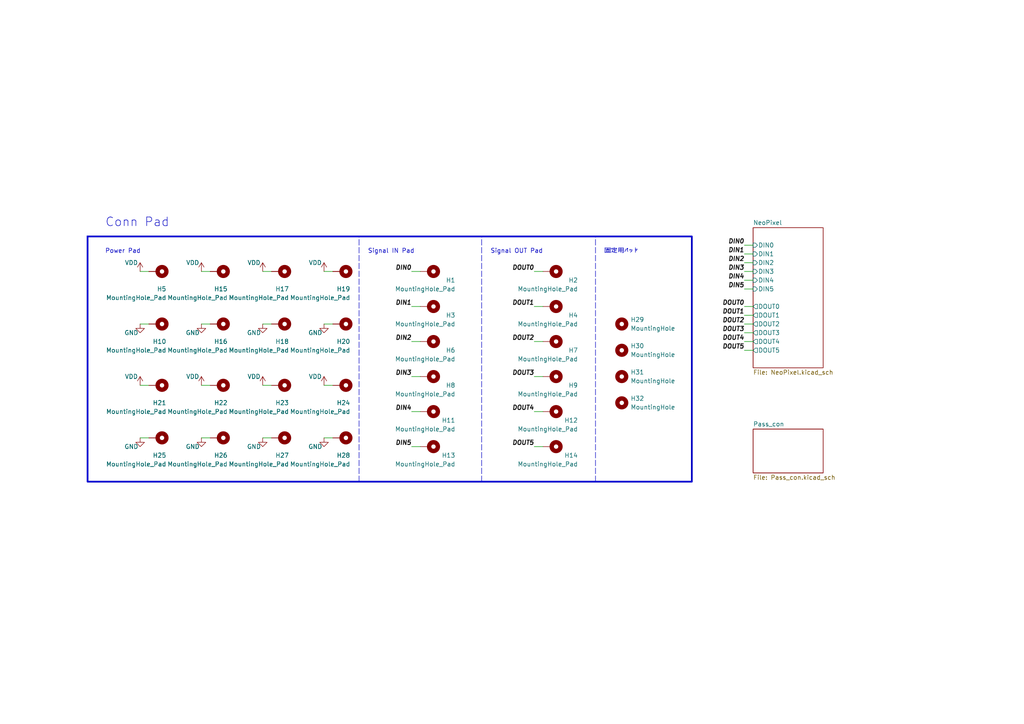
<source format=kicad_sch>
(kicad_sch (version 20230121) (generator eeschema)
  (paper "A4")
  (lib_symbols
    (symbol "Mechanical:MountingHole" (pin_names (offset 1.016))
      (property "Reference" "H" (at 0 5.08 0))
      (property "Value" "MountingHole" (at 0 3.175 0))
      (symbol "MountingHole_0_1"
        (circle (center 0 0) (radius 1.27) (stroke (width 1.27)))
      )
    )
    (symbol "Mechanical:MountingHole_Pad" (pin_numbers hide) (pin_names (offset 1.016) hide)
      (property "Reference" "H" (at 0 6.35 0))
      (property "Value" "MountingHole_Pad" (at 0 4.445 0))
      (symbol "MountingHole_Pad_0_1"
        (circle (center 0 1.27) (radius 1.27) (stroke (width 1.27)))
      )
      (symbol "MountingHole_Pad_1_1"
        (pin input line (at 0 -2.54 90) (length 2.54) (name "1") (number "1"))
      )
    )
    (symbol "power:GND" (power) (pin_names (offset 0))
      (property "Value" "GND" (at 0 -3.81 0))
      (symbol "GND_0_1"
        (polyline (pts (xy 0 0) (xy 0 -1.27) (xy 1.27 -1.27) (xy 0 -2.54) (xy -1.27 -1.27) (xy 0 -1.27)))
      )
      (symbol "GND_1_1"
        (pin power_in line (at 0 0 270) (length 0) hide (name "GND") (number "1"))
      )
    )
    (symbol "power:VDD" (power) (pin_names (offset 0))
      (property "Value" "VDD" (at 0 3.81 0))
      (symbol "VDD_0_1"
        (polyline (pts (xy -0.762 1.27) (xy 0 2.54)))
        (polyline (pts (xy 0 0) (xy 0 2.54)))
        (polyline (pts (xy 0 2.54) (xy 0.762 1.27)))
      )
      (symbol "VDD_1_1"
        (pin power_in line (at 0 0 90) (length 0) hide (name "VDD") (number "1"))
      )
    )
  )
  (wire (pts (xy 215.9 96.52) (xy 218.44 96.52)))
  (wire (pts (xy 58.42 93.98) (xy 60.96 93.98)))
  (wire (pts (xy 154.94 78.74) (xy 157.48 78.74)))
  (wire (pts (xy 215.9 83.82) (xy 218.44 83.82)))
  (wire (pts (xy 119.38 88.9) (xy 121.92 88.9)))
  (wire (pts (xy 119.38 119.38) (xy 121.92 119.38)))
  (wire (pts (xy 76.2 127) (xy 78.74 127)))
  (wire (pts (xy 215.9 71.12) (xy 218.44 71.12)))
  (wire (pts (xy 215.9 78.74) (xy 218.44 78.74)))
  (wire (pts (xy 76.2 111.76) (xy 78.74 111.76)))
  (wire (pts (xy 154.94 109.22) (xy 157.48 109.22)))
  (wire (pts (xy 58.42 78.74) (xy 60.96 78.74)))
  (wire (pts (xy 119.38 109.22) (xy 121.92 109.22)))
  (wire (pts (xy 154.94 129.54) (xy 157.48 129.54)))
  (wire (pts (xy 76.2 78.74) (xy 78.74 78.74)))
  (wire (pts (xy 154.94 99.06) (xy 157.48 99.06)))
  (wire (pts (xy 40.64 78.74) (xy 43.18 78.74)))
  (wire (pts (xy 93.98 127) (xy 96.52 127)))
  (wire (pts (xy 93.98 78.74) (xy 96.52 78.74)))
  (wire (pts (xy 40.64 93.98) (xy 43.18 93.98)))
  (wire (pts (xy 215.9 76.2) (xy 218.44 76.2)))
  (wire (pts (xy 119.38 99.06) (xy 121.92 99.06)))
  (wire (pts (xy 215.9 91.44) (xy 218.44 91.44)))
  (wire (pts (xy 76.2 93.98) (xy 78.74 93.98)))
  (wire (pts (xy 215.9 93.98) (xy 218.44 93.98)))
  (wire (pts (xy 119.38 129.54) (xy 121.92 129.54)))
  (wire (pts (xy 93.98 111.76) (xy 96.52 111.76)))
  (wire (pts (xy 215.9 88.9) (xy 218.44 88.9)))
  (wire (pts (xy 58.42 127) (xy 60.96 127)))
  (polyline (pts (xy 139.7 139.7) (xy 139.7 68.58)) (stroke (width 0) (type dash)))
  (wire (pts (xy 154.94 88.9) (xy 157.48 88.9)))
  (wire (pts (xy 154.94 119.38) (xy 157.48 119.38)))
  (wire (pts (xy 215.9 73.66) (xy 218.44 73.66)))
  (wire (pts (xy 40.64 127) (xy 43.18 127)))
  (polyline (pts (xy 104.14 139.7) (xy 104.14 68.58)) (stroke (width 0) (type dash)))
  (wire (pts (xy 215.9 81.28) (xy 218.44 81.28)))
  (polyline (pts (xy 172.72 139.7) (xy 172.72 68.58)) (stroke (width 0) (type dash)))
  (wire (pts (xy 119.38 78.74) (xy 121.92 78.74)))
  (wire (pts (xy 215.9 101.6) (xy 218.44 101.6)))
  (wire (pts (xy 215.9 99.06) (xy 218.44 99.06)))
  (wire (pts (xy 40.64 111.76) (xy 43.18 111.76)))
  (wire (pts (xy 93.98 93.98) (xy 96.52 93.98)))
  (wire (pts (xy 58.42 111.76) (xy 60.96 111.76)))
  (rectangle (start 25.4 68.58) (end 200.66 139.7) (stroke (width 0.5)))
  (text "固定用パッド" (at 175.26 73.66 0) (effects (font (size 1.27 1.27)) (justify left bottom)))
  (text "Signal OUT Pad" (at 142.24 73.66 0) (effects (font (size 1.27 1.27)) (justify left bottom)))
  (text "Conn Pad" (at 30.48 66.04 0) (effects (font (size 2.54 2.54)) (justify left bottom)))
  (text "Power Pad" (at 30.48 73.66 0) (effects (font (size 1.27 1.27)) (justify left bottom)))
  (text "Signal IN Pad" (at 106.68 73.66 0) (effects (font (size 1.27 1.27)) (justify left bottom)))
  (label "DIN4" (at 119.38 119.38 180) (effects (font (thickness 0.254) bold italic)))
  (label "DOUT0" (at 154.94 78.74 180) (effects (font (thickness 0.254) bold italic)))
  (label "DIN3" (at 215.9 78.74 180) (effects (font (thickness 0.254) bold italic)))
  (label "DIN1" (at 215.9 73.66 180) (effects (font (thickness 0.254) bold italic)))
  (label "DOUT3" (at 215.9 96.52 180) (effects (font (thickness 0.254) bold italic)))
  (label "DIN5" (at 215.9 83.82 180) (effects (font (thickness 0.254) bold italic)))
  (label "DOUT2" (at 215.9 93.98 180) (effects (font (thickness 0.254) bold italic)))
  (label "DIN5" (at 119.38 129.54 180) (effects (font (thickness 0.254) bold italic)))
  (label "DOUT1" (at 215.9 91.44 180) (effects (font (thickness 0.254) bold italic)))
  (label "DIN0" (at 215.9 71.12 180) (effects (font (thickness 0.254) bold italic)))
  (label "DOUT4" (at 215.9 99.06 180) (effects (font (thickness 0.254) bold italic)))
  (label "DIN4" (at 215.9 81.28 180) (effects (font (thickness 0.254) bold italic)))
  (label "DIN2" (at 215.9 76.2 180) (effects (font (thickness 0.254) bold italic)))
  (label "DOUT1" (at 154.94 88.9 180) (effects (font (thickness 0.254) bold italic)))
  (label "DOUT5" (at 154.94 129.54 180) (effects (font (thickness 0.254) bold italic)))
  (label "DIN1" (at 119.38 88.9 180) (effects (font (thickness 0.254) bold italic)))
  (label "DIN2" (at 119.38 99.06 180) (effects (font (thickness 0.254) bold italic)))
  (label "DIN0" (at 119.38 78.74 180) (effects (font (thickness 0.254) bold italic)))
  (label "DOUT0" (at 215.9 88.9 180) (effects (font (thickness 0.254) bold italic)))
  (label "DIN3" (at 119.38 109.22 180) (effects (font (thickness 0.254) bold italic)))
  (label "DOUT5" (at 215.9 101.6 180) (effects (font (thickness 0.254) bold italic)))
  (label "DOUT4" (at 154.94 119.38 180) (effects (font (thickness 0.254) bold italic)))
  (label "DOUT2" (at 154.94 99.06 180) (effects (font (thickness 0.254) bold italic)))
  (label "DOUT3" (at 154.94 109.22 180) (effects (font (thickness 0.254) bold italic)))
  (symbol (lib_id "power:VDD") (at 40.64 111.76 0) (unit 1)
    (property "Reference" "#PWR081" (effects hide))
    (property "Value" "VDD" (at 38.1 109.22 0))
  )
  (symbol (lib_id "Mechanical:MountingHole") (at 180.34 116.84 0) (unit 1)
    (property "Reference" "H32" (at 182.88 115.57 0) (effects (justify left)))
    (property "Value" "MountingHole" (at 182.88 118.11 0) (effects (justify left)))
    (property "Footprint" "TomoshibiLibrary:Pad_MountingPad_D8.0mm" (effects hide))
  )
  (symbol (lib_id "Mechanical:MountingHole_Pad") (at 63.5 93.98 270) (mirror x) (unit 1)
    (property "Reference" "H16" (at 66.04 99.06 90) (effects (justify right)))
    (property "Value" "MountingHole_Pad" (at 66.04 101.6 90) (effects (justify right)))
    (property "Footprint" "TestPoint:TestPoint_Pad_D4.0mm" (effects hide))
  )
  (symbol (lib_id "Mechanical:MountingHole_Pad") (at 124.46 78.74 270) (mirror x) (unit 1)
    (property "Reference" "H1" (at 132.08 81.28 90) (effects (justify right)))
    (property "Value" "MountingHole_Pad" (at 132.08 83.82 90) (effects (justify right)))
    (property "Footprint" "TestPoint:TestPoint_Pad_D2.0mm" (effects hide))
  )
  (symbol (lib_id "Mechanical:MountingHole_Pad") (at 99.06 111.76 270) (mirror x) (unit 1)
    (property "Reference" "H24" (at 101.6 116.84 90) (effects (justify right)))
    (property "Value" "MountingHole_Pad" (at 101.6 119.38 90) (effects (justify right)))
    (property "Footprint" "TestPoint:TestPoint_Pad_D4.0mm" (effects hide))
  )
  (symbol (lib_id "power:GND") (at 40.64 93.98 0) (unit 1)
    (property "Reference" "#PWR02" (effects hide))
    (property "Value" "GND" (at 38.1 96.52 0))
  )
  (symbol (lib_id "power:VDD") (at 40.64 78.74 0) (unit 1)
    (property "Reference" "#PWR01" (effects hide))
    (property "Value" "VDD" (at 38.1 76.2 0))
  )
  (symbol (lib_id "Mechanical:MountingHole_Pad") (at 63.5 111.76 270) (mirror x) (unit 1)
    (property "Reference" "H22" (at 66.04 116.84 90) (effects (justify right)))
    (property "Value" "MountingHole_Pad" (at 66.04 119.38 90) (effects (justify right)))
    (property "Footprint" "TestPoint:TestPoint_Pad_D4.0mm" (effects hide))
  )
  (symbol (lib_id "power:GND") (at 58.42 93.98 0) (unit 1)
    (property "Reference" "#PWR076" (effects hide))
    (property "Value" "GND" (at 55.88 96.52 0))
  )
  (symbol (lib_id "Mechanical:MountingHole_Pad") (at 124.46 88.9 270) (mirror x) (unit 1)
    (property "Reference" "H3" (at 132.08 91.44 90) (effects (justify right)))
    (property "Value" "MountingHole_Pad" (at 132.08 93.98 90) (effects (justify right)))
    (property "Footprint" "TestPoint:TestPoint_Pad_D2.0mm" (effects hide))
  )
  (symbol (lib_id "power:GND") (at 93.98 127 0) (unit 1)
    (property "Reference" "#PWR088" (effects hide))
    (property "Value" "GND" (at 91.44 129.54 0))
  )
  (symbol (lib_id "Mechanical:MountingHole_Pad") (at 124.46 129.54 270) (mirror x) (unit 1)
    (property "Reference" "H13" (at 132.08 132.08 90) (effects (justify right)))
    (property "Value" "MountingHole_Pad" (at 132.08 134.62 90) (effects (justify right)))
    (property "Footprint" "TestPoint:TestPoint_Pad_D2.0mm" (effects hide))
  )
  (symbol (lib_id "power:GND") (at 76.2 127 0) (unit 1)
    (property "Reference" "#PWR087" (effects hide))
    (property "Value" "GND" (at 73.66 129.54 0))
  )
  (symbol (lib_id "power:GND") (at 40.64 127 0) (unit 1)
    (property "Reference" "#PWR085" (effects hide))
    (property "Value" "GND" (at 38.1 129.54 0))
  )
  (symbol (lib_id "Mechanical:MountingHole_Pad") (at 160.02 129.54 270) (mirror x) (unit 1)
    (property "Reference" "H14" (at 167.64 132.08 90) (effects (justify right)))
    (property "Value" "MountingHole_Pad" (at 167.64 134.62 90) (effects (justify right)))
    (property "Footprint" "TestPoint:TestPoint_Pad_D2.0mm" (effects hide))
  )
  (symbol (lib_id "power:VDD") (at 93.98 111.76 0) (unit 1)
    (property "Reference" "#PWR084" (effects hide))
    (property "Value" "VDD" (at 91.44 109.22 0))
  )
  (symbol (lib_id "power:GND") (at 76.2 93.98 0) (unit 1)
    (property "Reference" "#PWR078" (effects hide))
    (property "Value" "GND" (at 73.66 96.52 0))
  )
  (symbol (lib_id "power:VDD") (at 76.2 78.74 0) (unit 1)
    (property "Reference" "#PWR077" (effects hide))
    (property "Value" "VDD" (at 73.66 76.2 0))
  )
  (symbol (lib_id "Mechanical:MountingHole_Pad") (at 160.02 109.22 270) (mirror x) (unit 1)
    (property "Reference" "H9" (at 167.64 111.76 90) (effects (justify right)))
    (property "Value" "MountingHole_Pad" (at 167.64 114.3 90) (effects (justify right)))
    (property "Footprint" "TestPoint:TestPoint_Pad_D2.0mm" (effects hide))
  )
  (symbol (lib_id "Mechanical:MountingHole_Pad") (at 63.5 127 270) (mirror x) (unit 1)
    (property "Reference" "H26" (at 66.04 132.08 90) (effects (justify right)))
    (property "Value" "MountingHole_Pad" (at 66.04 134.62 90) (effects (justify right)))
    (property "Footprint" "TestPoint:TestPoint_Pad_D4.0mm" (effects hide))
  )
  (symbol (lib_id "Mechanical:MountingHole_Pad") (at 160.02 99.06 270) (mirror x) (unit 1)
    (property "Reference" "H7" (at 167.64 101.6 90) (effects (justify right)))
    (property "Value" "MountingHole_Pad" (at 167.64 104.14 90) (effects (justify right)))
    (property "Footprint" "TestPoint:TestPoint_Pad_D2.0mm" (effects hide))
  )
  (symbol (lib_id "Mechanical:MountingHole_Pad") (at 45.72 93.98 270) (mirror x) (unit 1)
    (property "Reference" "H10" (at 48.26 99.06 90) (effects (justify right)))
    (property "Value" "MountingHole_Pad" (at 48.26 101.6 90) (effects (justify right)))
    (property "Footprint" "TestPoint:TestPoint_Pad_D4.0mm" (effects hide))
  )
  (symbol (lib_id "Mechanical:MountingHole_Pad") (at 124.46 99.06 270) (mirror x) (unit 1)
    (property "Reference" "H6" (at 132.08 101.6 90) (effects (justify right)))
    (property "Value" "MountingHole_Pad" (at 132.08 104.14 90) (effects (justify right)))
    (property "Footprint" "TestPoint:TestPoint_Pad_D2.0mm" (effects hide))
  )
  (symbol (lib_id "power:VDD") (at 58.42 111.76 0) (unit 1)
    (property "Reference" "#PWR082" (effects hide))
    (property "Value" "VDD" (at 55.88 109.22 0))
  )
  (symbol (lib_id "Mechanical:MountingHole_Pad") (at 160.02 78.74 270) (mirror x) (unit 1)
    (property "Reference" "H2" (at 167.64 81.28 90) (effects (justify right)))
    (property "Value" "MountingHole_Pad" (at 167.64 83.82 90) (effects (justify right)))
    (property "Footprint" "TestPoint:TestPoint_Pad_D2.0mm" (effects hide))
  )
  (symbol (lib_id "Mechanical:MountingHole") (at 180.34 101.6 0) (unit 1)
    (property "Reference" "H30" (at 182.88 100.33 0) (effects (justify left)))
    (property "Value" "MountingHole" (at 182.88 102.87 0) (effects (justify left)))
    (property "Footprint" "TomoshibiLibrary:Pad_MountingPad_D8.0mm" (effects hide))
  )
  (symbol (lib_id "Mechanical:MountingHole_Pad") (at 45.72 127 270) (mirror x) (unit 1)
    (property "Reference" "H25" (at 48.26 132.08 90) (effects (justify right)))
    (property "Value" "MountingHole_Pad" (at 48.26 134.62 90) (effects (justify right)))
    (property "Footprint" "TestPoint:TestPoint_Pad_D4.0mm" (effects hide))
  )
  (symbol (lib_id "Mechanical:MountingHole_Pad") (at 81.28 127 270) (mirror x) (unit 1)
    (property "Reference" "H27" (at 83.82 132.08 90) (effects (justify right)))
    (property "Value" "MountingHole_Pad" (at 83.82 134.62 90) (effects (justify right)))
    (property "Footprint" "TestPoint:TestPoint_Pad_D4.0mm" (effects hide))
  )
  (symbol (lib_id "Mechanical:MountingHole_Pad") (at 124.46 109.22 270) (mirror x) (unit 1)
    (property "Reference" "H8" (at 132.08 111.76 90) (effects (justify right)))
    (property "Value" "MountingHole_Pad" (at 132.08 114.3 90) (effects (justify right)))
    (property "Footprint" "TestPoint:TestPoint_Pad_D2.0mm" (effects hide))
  )
  (symbol (lib_id "power:GND") (at 93.98 93.98 0) (unit 1)
    (property "Reference" "#PWR080" (effects hide))
    (property "Value" "GND" (at 91.44 96.52 0))
  )
  (symbol (lib_id "Mechanical:MountingHole_Pad") (at 160.02 119.38 270) (mirror x) (unit 1)
    (property "Reference" "H12" (at 167.64 121.92 90) (effects (justify right)))
    (property "Value" "MountingHole_Pad" (at 167.64 124.46 90) (effects (justify right)))
    (property "Footprint" "TestPoint:TestPoint_Pad_D2.0mm" (effects hide))
  )
  (symbol (lib_id "Mechanical:MountingHole_Pad") (at 63.5 78.74 270) (mirror x) (unit 1)
    (property "Reference" "H15" (at 66.04 83.82 90) (effects (justify right)))
    (property "Value" "MountingHole_Pad" (at 66.04 86.36 90) (effects (justify right)))
    (property "Footprint" "TestPoint:TestPoint_Pad_D4.0mm" (effects hide))
  )
  (symbol (lib_id "power:VDD") (at 58.42 78.74 0) (unit 1)
    (property "Reference" "#PWR075" (effects hide))
    (property "Value" "VDD" (at 55.88 76.2 0))
  )
  (symbol (lib_id "power:VDD") (at 76.2 111.76 0) (unit 1)
    (property "Reference" "#PWR083" (effects hide))
    (property "Value" "VDD" (at 73.66 109.22 0))
  )
  (symbol (lib_id "Mechanical:MountingHole_Pad") (at 160.02 88.9 270) (mirror x) (unit 1)
    (property "Reference" "H4" (at 167.64 91.44 90) (effects (justify right)))
    (property "Value" "MountingHole_Pad" (at 167.64 93.98 90) (effects (justify right)))
    (property "Footprint" "TestPoint:TestPoint_Pad_D2.0mm" (effects hide))
  )
  (symbol (lib_id "Mechanical:MountingHole_Pad") (at 99.06 78.74 270) (mirror x) (unit 1)
    (property "Reference" "H19" (at 101.6 83.82 90) (effects (justify right)))
    (property "Value" "MountingHole_Pad" (at 101.6 86.36 90) (effects (justify right)))
    (property "Footprint" "TestPoint:TestPoint_Pad_D4.0mm" (effects hide))
  )
  (symbol (lib_id "Mechanical:MountingHole_Pad") (at 45.72 78.74 270) (mirror x) (unit 1)
    (property "Reference" "H5" (at 48.26 83.82 90) (effects (justify right)))
    (property "Value" "MountingHole_Pad" (at 48.26 86.36 90) (effects (justify right)))
    (property "Footprint" "TestPoint:TestPoint_Pad_D4.0mm" (effects hide))
  )
  (symbol (lib_id "Mechanical:MountingHole_Pad") (at 124.46 119.38 270) (mirror x) (unit 1)
    (property "Reference" "H11" (at 132.08 121.92 90) (effects (justify right)))
    (property "Value" "MountingHole_Pad" (at 132.08 124.46 90) (effects (justify right)))
    (property "Footprint" "TestPoint:TestPoint_Pad_D2.0mm" (effects hide))
  )
  (symbol (lib_id "power:VDD") (at 93.98 78.74 0) (unit 1)
    (property "Reference" "#PWR079" (effects hide))
    (property "Value" "VDD" (at 91.44 76.2 0))
  )
  (symbol (lib_id "Mechanical:MountingHole") (at 180.34 93.98 0) (unit 1)
    (property "Reference" "H29" (at 182.88 92.71 0) (effects (justify left)))
    (property "Value" "MountingHole" (at 182.88 95.25 0) (effects (justify left)))
    (property "Footprint" "TomoshibiLibrary:Pad_MountingPad_D8.0mm" (effects hide))
  )
  (symbol (lib_id "Mechanical:MountingHole_Pad") (at 81.28 111.76 270) (mirror x) (unit 1)
    (property "Reference" "H23" (at 83.82 116.84 90) (effects (justify right)))
    (property "Value" "MountingHole_Pad" (at 83.82 119.38 90) (effects (justify right)))
    (property "Footprint" "TestPoint:TestPoint_Pad_D4.0mm" (effects hide))
  )
  (symbol (lib_id "Mechanical:MountingHole_Pad") (at 99.06 127 270) (mirror x) (unit 1)
    (property "Reference" "H28" (at 101.6 132.08 90) (effects (justify right)))
    (property "Value" "MountingHole_Pad" (at 101.6 134.62 90) (effects (justify right)))
    (property "Footprint" "TestPoint:TestPoint_Pad_D4.0mm" (effects hide))
  )
  (symbol (lib_id "Mechanical:MountingHole_Pad") (at 81.28 93.98 270) (mirror x) (unit 1)
    (property "Reference" "H18" (at 83.82 99.06 90) (effects (justify right)))
    (property "Value" "MountingHole_Pad" (at 83.82 101.6 90) (effects (justify right)))
    (property "Footprint" "TestPoint:TestPoint_Pad_D4.0mm" (effects hide))
  )
  (symbol (lib_id "Mechanical:MountingHole_Pad") (at 81.28 78.74 270) (mirror x) (unit 1)
    (property "Reference" "H17" (at 83.82 83.82 90) (effects (justify right)))
    (property "Value" "MountingHole_Pad" (at 83.82 86.36 90) (effects (justify right)))
    (property "Footprint" "TestPoint:TestPoint_Pad_D4.0mm" (effects hide))
  )
  (symbol (lib_id "Mechanical:MountingHole") (at 180.34 109.22 0) (unit 1)
    (property "Reference" "H31" (at 182.88 107.95 0) (effects (justify left)))
    (property "Value" "MountingHole" (at 182.88 110.49 0) (effects (justify left)))
    (property "Footprint" "TomoshibiLibrary:Pad_MountingPad_D8.0mm" (effects hide))
  )
  (symbol (lib_id "Mechanical:MountingHole_Pad") (at 99.06 93.98 270) (mirror x) (unit 1)
    (property "Reference" "H20" (at 101.6 99.06 90) (effects (justify right)))
    (property "Value" "MountingHole_Pad" (at 101.6 101.6 90) (effects (justify right)))
    (property "Footprint" "TestPoint:TestPoint_Pad_D4.0mm" (effects hide))
  )
  (symbol (lib_id "power:GND") (at 58.42 127 0) (unit 1)
    (property "Reference" "#PWR086" (effects hide))
    (property "Value" "GND" (at 55.88 129.54 0))
  )
  (symbol (lib_id "Mechanical:MountingHole_Pad") (at 45.72 111.76 270) (mirror x) (unit 1)
    (property "Reference" "H21" (at 48.26 116.84 90) (effects (justify right)))
    (property "Value" "MountingHole_Pad" (at 48.26 119.38 90) (effects (justify right)))
    (property "Footprint" "TestPoint:TestPoint_Pad_D4.0mm" (effects hide))
  )
  (sheet (at 218.44 124.46) (size 20.32 12.7) (stroke (width 0.1524))
    (property "Sheetname" "Pass_con" (at 218.44 123.7484 0) (effects (justify left bottom)))
    (property "Sheetfile" "Pass_con.kicad_sch" (at 218.44 137.7446 0) (effects (justify left top)))
  )
  (sheet (at 218.44 66.04) (size 20.32 40.64) (stroke (width 0.1524))
    (property "Sheetname" "NeoPixel" (at 218.44 65.3284 0) (effects (justify left bottom)))
    (property "Sheetfile" "NeoPixel.kicad_sch" (at 218.44 107.2646 0) (effects (justify left top)))
    (pin "DIN0" input (at 218.44 71.12 180))
    (pin "DOUT0" output (at 218.44 88.9 180))
    (pin "DIN2" input (at 218.44 76.2 180))
    (pin "DIN1" input (at 218.44 73.66 180))
    (pin "DIN3" input (at 218.44 78.74 180))
    (pin "DIN4" input (at 218.44 81.28 180))
    (pin "DIN5" input (at 218.44 83.82 180))
    (pin "DOUT4" output (at 218.44 99.06 180))
    (pin "DOUT3" output (at 218.44 96.52 180))
    (pin "DOUT5" output (at 218.44 101.6 180))
    (pin "DOUT2" output (at 218.44 93.98 180))
    (pin "DOUT1" output (at 218.44 91.44 180))
  )
)
</source>
